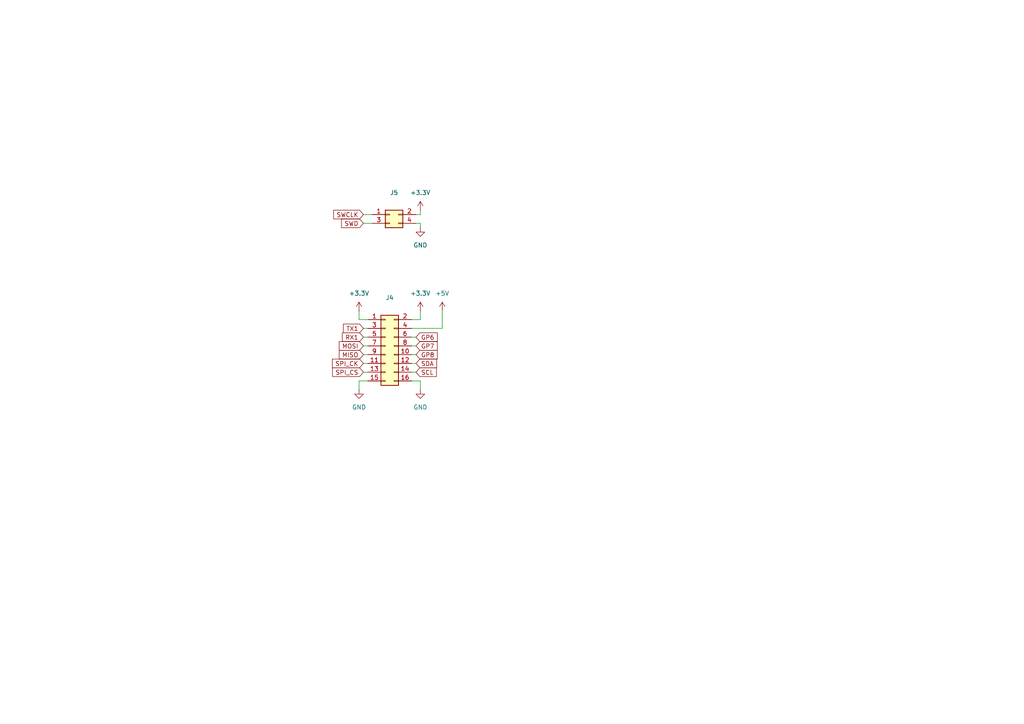
<source format=kicad_sch>
(kicad_sch (version 20231120) (generator "eeschema") (generator_version "8.0")
  (paper "A4")
  (lib_symbols
    (symbol "Connector_Generic:Conn_02x02_Odd_Even" (pin_names (offset 1.016) hide)
      (property "Reference" "J" (at 1.27 2.54 0))
      (property "Value" "Conn_02x02_Odd_Even" (at 1.27 -5.08 0))
      (symbol "Conn_02x02_Odd_Even_1_1"
        (rectangle (start -1.27 -2.413) (end 0 -2.667) (stroke (width 0.1524)))
        (rectangle (start -1.27 0.127) (end 0 -0.127) (stroke (width 0.1524)))
        (rectangle (start -1.27 1.27) (end 3.81 -3.81) (stroke (width 0.254)) (fill (type background)))
        (rectangle (start 3.81 -2.413) (end 2.54 -2.667) (stroke (width 0.1524)))
        (rectangle (start 3.81 0.127) (end 2.54 -0.127) (stroke (width 0.1524)))
        (pin passive line (at -5.08 0 0) (length 3.81) (name "Pin_1") (number "1"))
        (pin passive line (at 7.62 0 180) (length 3.81) (name "Pin_2") (number "2"))
        (pin passive line (at -5.08 -2.54 0) (length 3.81) (name "Pin_3") (number "3"))
        (pin passive line (at 7.62 -2.54 180) (length 3.81) (name "Pin_4") (number "4"))
      )
    )
    (symbol "Connector_Generic:Conn_02x08_Odd_Even" (pin_names (offset 1.016) hide)
      (property "Reference" "J" (at 1.27 10.16 0))
      (property "Value" "Conn_02x08_Odd_Even" (at 1.27 -12.7 0))
      (symbol "Conn_02x08_Odd_Even_1_1"
        (rectangle (start -1.27 -10.033) (end 0 -10.287) (stroke (width 0.1524)))
        (rectangle (start -1.27 -7.493) (end 0 -7.747) (stroke (width 0.1524)))
        (rectangle (start -1.27 -4.953) (end 0 -5.207) (stroke (width 0.1524)))
        (rectangle (start -1.27 -2.413) (end 0 -2.667) (stroke (width 0.1524)))
        (rectangle (start -1.27 0.127) (end 0 -0.127) (stroke (width 0.1524)))
        (rectangle (start -1.27 2.667) (end 0 2.413) (stroke (width 0.1524)))
        (rectangle (start -1.27 5.207) (end 0 4.953) (stroke (width 0.1524)))
        (rectangle (start -1.27 7.747) (end 0 7.493) (stroke (width 0.1524)))
        (rectangle (start -1.27 8.89) (end 3.81 -11.43) (stroke (width 0.254)) (fill (type background)))
        (rectangle (start 3.81 -10.033) (end 2.54 -10.287) (stroke (width 0.1524)))
        (rectangle (start 3.81 -7.493) (end 2.54 -7.747) (stroke (width 0.1524)))
        (rectangle (start 3.81 -4.953) (end 2.54 -5.207) (stroke (width 0.1524)))
        (rectangle (start 3.81 -2.413) (end 2.54 -2.667) (stroke (width 0.1524)))
        (rectangle (start 3.81 0.127) (end 2.54 -0.127) (stroke (width 0.1524)))
        (rectangle (start 3.81 2.667) (end 2.54 2.413) (stroke (width 0.1524)))
        (rectangle (start 3.81 5.207) (end 2.54 4.953) (stroke (width 0.1524)))
        (rectangle (start 3.81 7.747) (end 2.54 7.493) (stroke (width 0.1524)))
        (pin passive line (at -5.08 7.62 0) (length 3.81) (name "Pin_1") (number "1"))
        (pin passive line (at 7.62 -2.54 180) (length 3.81) (name "Pin_10") (number "10"))
        (pin passive line (at -5.08 -5.08 0) (length 3.81) (name "Pin_11") (number "11"))
        (pin passive line (at 7.62 -5.08 180) (length 3.81) (name "Pin_12") (number "12"))
        (pin passive line (at -5.08 -7.62 0) (length 3.81) (name "Pin_13") (number "13"))
        (pin passive line (at 7.62 -7.62 180) (length 3.81) (name "Pin_14") (number "14"))
        (pin passive line (at -5.08 -10.16 0) (length 3.81) (name "Pin_15") (number "15"))
        (pin passive line (at 7.62 -10.16 180) (length 3.81) (name "Pin_16") (number "16"))
        (pin passive line (at 7.62 7.62 180) (length 3.81) (name "Pin_2") (number "2"))
        (pin passive line (at -5.08 5.08 0) (length 3.81) (name "Pin_3") (number "3"))
        (pin passive line (at 7.62 5.08 180) (length 3.81) (name "Pin_4") (number "4"))
        (pin passive line (at -5.08 2.54 0) (length 3.81) (name "Pin_5") (number "5"))
        (pin passive line (at 7.62 2.54 180) (length 3.81) (name "Pin_6") (number "6"))
        (pin passive line (at -5.08 0 0) (length 3.81) (name "Pin_7") (number "7"))
        (pin passive line (at 7.62 0 180) (length 3.81) (name "Pin_8") (number "8"))
        (pin passive line (at -5.08 -2.54 0) (length 3.81) (name "Pin_9") (number "9"))
      )
    )
    (symbol "power:+3.3V" (power) (pin_numbers hide) (pin_names (offset 0) hide)
      (property "Value" "+3.3V" (at 0 3.556 0))
      (symbol "+3.3V_0_1"
        (polyline (pts (xy -0.762 1.27) (xy 0 2.54)))
        (polyline (pts (xy 0 0) (xy 0 2.54)))
        (polyline (pts (xy 0 2.54) (xy 0.762 1.27)))
      )
      (symbol "+3.3V_1_1"
        (pin power_in line (at 0 0 90) (length 0) (name "~") (number "1"))
      )
    )
    (symbol "power:+5V" (power) (pin_numbers hide) (pin_names (offset 0) hide)
      (property "Value" "+5V" (at 0 3.556 0))
      (symbol "+5V_0_1"
        (polyline (pts (xy -0.762 1.27) (xy 0 2.54)))
        (polyline (pts (xy 0 0) (xy 0 2.54)))
        (polyline (pts (xy 0 2.54) (xy 0.762 1.27)))
      )
      (symbol "+5V_1_1"
        (pin power_in line (at 0 0 90) (length 0) (name "~") (number "1"))
      )
    )
    (symbol "power:GND" (power) (pin_numbers hide) (pin_names (offset 0) hide)
      (property "Value" "GND" (at 0 -3.81 0))
      (symbol "GND_0_1"
        (polyline (pts (xy 0 0) (xy 0 -1.27) (xy 1.27 -1.27) (xy 0 -2.54) (xy -1.27 -1.27) (xy 0 -1.27)))
      )
      (symbol "GND_1_1"
        (pin power_in line (at 0 0 270) (length 0) (name "~") (number "1"))
      )
    )
  )
  (wire (pts (xy 121.92 66.04) (xy 121.92 64.77)))
  (wire (pts (xy 119.38 100.33) (xy 120.65 100.33)))
  (wire (pts (xy 121.92 64.77) (xy 120.65 64.77)))
  (wire (pts (xy 104.14 92.71) (xy 106.68 92.71)))
  (wire (pts (xy 105.41 62.23) (xy 107.95 62.23)))
  (wire (pts (xy 119.38 102.87) (xy 120.65 102.87)))
  (wire (pts (xy 128.27 90.17) (xy 128.27 95.25)))
  (wire (pts (xy 121.92 60.96) (xy 121.92 62.23)))
  (wire (pts (xy 121.92 110.49) (xy 121.92 113.03)))
  (wire (pts (xy 105.41 97.79) (xy 106.68 97.79)))
  (wire (pts (xy 121.92 110.49) (xy 119.38 110.49)))
  (wire (pts (xy 119.38 92.71) (xy 121.92 92.71)))
  (wire (pts (xy 119.38 97.79) (xy 120.65 97.79)))
  (wire (pts (xy 105.41 100.33) (xy 106.68 100.33)))
  (wire (pts (xy 121.92 90.17) (xy 121.92 92.71)))
  (wire (pts (xy 105.41 105.41) (xy 106.68 105.41)))
  (wire (pts (xy 104.14 110.49) (xy 106.68 110.49)))
  (wire (pts (xy 121.92 62.23) (xy 120.65 62.23)))
  (wire (pts (xy 105.41 95.25) (xy 106.68 95.25)))
  (wire (pts (xy 128.27 95.25) (xy 119.38 95.25)))
  (wire (pts (xy 119.38 105.41) (xy 120.65 105.41)))
  (wire (pts (xy 119.38 107.95) (xy 120.65 107.95)))
  (wire (pts (xy 104.14 90.17) (xy 104.14 92.71)))
  (wire (pts (xy 104.14 110.49) (xy 104.14 113.03)))
  (wire (pts (xy 105.41 64.77) (xy 107.95 64.77)))
  (wire (pts (xy 105.41 102.87) (xy 106.68 102.87)))
  (wire (pts (xy 105.41 107.95) (xy 106.68 107.95)))
  (global_label "SPI_CK" (shape input) (at 105.41 105.41 180) (property "Intersheetrefs" "${INTERSHEET_REFS}" (effects (hide yes))))
  (global_label "SWCLK" (shape input) (at 105.41 62.23 180) (property "Intersheetrefs" "${INTERSHEET_REFS}" (effects (hide yes))))
  (global_label "RX1" (shape input) (at 105.41 97.79 180) (property "Intersheetrefs" "${INTERSHEET_REFS}" (effects (hide yes))))
  (global_label "GP7" (shape input) (at 120.65 100.33 0) (property "Intersheetrefs" "${INTERSHEET_REFS}" (effects (hide yes))))
  (global_label "GP6" (shape input) (at 120.65 97.79 0) (property "Intersheetrefs" "${INTERSHEET_REFS}" (effects (hide yes))))
  (global_label "SCL" (shape input) (at 120.65 107.95 0) (property "Intersheetrefs" "${INTERSHEET_REFS}" (effects (hide yes))))
  (global_label "MOSI" (shape input) (at 105.41 100.33 180) (property "Intersheetrefs" "${INTERSHEET_REFS}" (effects (hide yes))))
  (global_label "SWD" (shape input) (at 105.41 64.77 180) (property "Intersheetrefs" "${INTERSHEET_REFS}" (effects (hide yes))))
  (global_label "MISO" (shape input) (at 105.41 102.87 180) (property "Intersheetrefs" "${INTERSHEET_REFS}" (effects (hide yes))))
  (global_label "SPI_CS" (shape input) (at 105.41 107.95 180) (property "Intersheetrefs" "${INTERSHEET_REFS}" (effects (hide yes))))
  (global_label "TX1" (shape input) (at 105.41 95.25 180) (property "Intersheetrefs" "${INTERSHEET_REFS}" (effects (hide yes))))
  (global_label "GP8" (shape input) (at 120.65 102.87 0) (property "Intersheetrefs" "${INTERSHEET_REFS}" (effects (hide yes))))
  (global_label "SDA" (shape input) (at 120.65 105.41 0) (property "Intersheetrefs" "${INTERSHEET_REFS}" (effects (hide yes))))
  (symbol (lib_id "power:GND") (at 121.92 113.03 0) (unit 1)
    (property "Reference" "#PWR053" (effects (hide yes)))
    (property "Value" "GND" (at 121.92 118.11 0))
    (property "Description" "Power symbol creates a global label with name \"GND\" , ground" (effects (hide yes)))
  )
  (symbol (lib_id "power:GND") (at 104.14 113.03 0) (mirror y) (unit 1)
    (property "Reference" "#PWR054" (effects (hide yes)))
    (property "Value" "GND" (at 104.14 118.11 0))
    (property "Description" "Power symbol creates a global label with name \"GND\" , ground" (effects (hide yes)))
  )
  (symbol (lib_id "power:GND") (at 121.92 66.04 0) (unit 1)
    (property "Reference" "#PWR060" (effects (hide yes)))
    (property "Value" "GND" (at 121.92 71.12 0))
    (property "Description" "Power symbol creates a global label with name \"GND\" , ground" (effects (hide yes)))
  )
  (symbol (lib_id "Connector_Generic:Conn_02x02_Odd_Even") (at 113.03 62.23 0) (unit 1)
    (property "Reference" "J5" (at 114.3 55.88 0))
    (property "Value" "Conn_02x02_Odd_Even" (effects (hide yes)))
    (property "Footprint" "Connector_PinHeader_2.54mm:PinHeader_2x02_P2.54mm_Vertical" (effects (hide yes)))
    (property "Description" "Generic connector, double row, 02x02, odd/even pin numbering scheme (row 1 odd numbers, row 2 even numbers), script generated (kicad-library-utils/schlib/autogen/connector/)" (effects (hide yes)))
  )
  (symbol (lib_id "Connector_Generic:Conn_02x08_Odd_Even") (at 111.76 100.33 0) (unit 1)
    (property "Reference" "J4" (at 113.03 86.36 0))
    (property "Value" "Conn_02x08_Odd_Even" (effects (hide yes)))
    (property "Footprint" "Connector_PinHeader_2.54mm:PinHeader_2x08_P2.54mm_Vertical" (effects (hide yes)))
    (property "Description" "Generic connector, double row, 02x08, odd/even pin numbering scheme (row 1 odd numbers, row 2 even numbers), script generated (kicad-library-utils/schlib/autogen/connector/)" (effects (hide yes)))
  )
  (symbol (lib_id "power:+5V") (at 128.27 90.17 0) (unit 1)
    (property "Reference" "#PWR059" (effects (hide yes)))
    (property "Value" "+5V" (at 128.27 85.09 0))
    (property "Description" "Power symbol creates a global label with name \"+5V\"" (effects (hide yes)))
  )
  (symbol (lib_id "power:+3.3V") (at 121.92 90.17 0) (unit 1)
    (property "Reference" "#PWR056" (effects (hide yes)))
    (property "Value" "+3.3V" (at 121.92 85.09 0))
    (property "Description" "Power symbol creates a global label with name \"+3.3V\"" (effects (hide yes)))
  )
  (symbol (lib_id "power:+3.3V") (at 104.14 90.17 0) (unit 1)
    (property "Reference" "#PWR055" (effects (hide yes)))
    (property "Value" "+3.3V" (at 104.14 85.09 0))
    (property "Description" "Power symbol creates a global label with name \"+3.3V\"" (effects (hide yes)))
  )
  (symbol (lib_id "power:+3.3V") (at 121.92 60.96 0) (unit 1)
    (property "Reference" "#PWR061" (effects (hide yes)))
    (property "Value" "+3.3V" (at 121.92 55.88 0))
    (property "Description" "Power symbol creates a global label with name \"+3.3V\"" (effects (hide yes)))
  )
)
</source>
